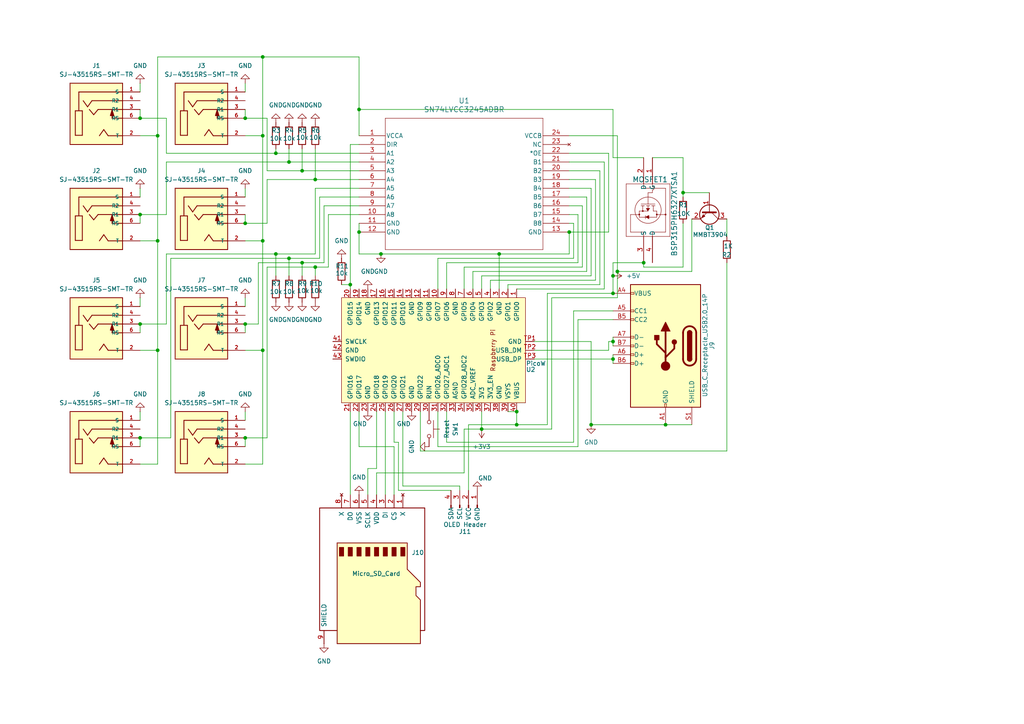
<source format=kicad_sch>
(kicad_sch (version 20231120) (generator "eeschema") (generator_version "8.0")
  (paper "A4")
  (title_block (title "Cosmic Coinincidence Detector Hub") (date "2024-06-29"))
  (lib_symbols
    (symbol "BSP315PH6327XTSA1:BSP315PH6327XTSA1" (pin_names (offset 0.254))
      (property "Reference" "MOSFET" (at 15.24 10.16 0))
      (property "Value" "BSP315PH6327XTSA1" (at 15.24 7.62 0))
      (symbol "BSP315PH6327XTSA1_0_1"
        (polyline (pts (xy 7.62 -7.62) (xy 22.86 -7.62)) (stroke (width 0.127)))
        (polyline (pts (xy 7.62 -2.54) (xy 8.89 -2.54)) (stroke (width 0.127)))
        (polyline (pts (xy 7.62 0) (xy 8.382 0)) (stroke (width 0.127)))
        (polyline (pts (xy 7.62 5.08) (xy 7.62 -7.62)) (stroke (width 0.127)))
        (polyline (pts (xy 8.89 3.81) (xy 8.89 -2.54)) (stroke (width 0.127)))
        (polyline (pts (xy 8.89 3.81) (xy 21.59 3.81)) (stroke (width 0.127)))
        (polyline (pts (xy 9.398 0) (xy 10.16 0)) (stroke (width 0.127)))
        (polyline (pts (xy 10.16 0) (xy 10.16 -1.27)) (stroke (width 0.127)))
        (polyline (pts (xy 13.462 -1.27) (xy 10.16 -1.27)) (stroke (width 0.127)))
        (polyline (pts (xy 13.462 0.762) (xy 13.462 -3.302)) (stroke (width 0.127)))
        (polyline (pts (xy 13.97 -2.794) (xy 15.494 -2.794)) (stroke (width 0.127)))
        (polyline (pts (xy 13.97 -2.286) (xy 13.97 -3.302)) (stroke (width 0.127)))
        (polyline (pts (xy 13.97 -1.27) (xy 14.732 -1.27)) (stroke (width 0.127)))
        (polyline (pts (xy 13.97 -0.762) (xy 13.97 -1.778)) (stroke (width 0.127)))
        (polyline (pts (xy 13.97 0.254) (xy 15.494 0.254)) (stroke (width 0.127)))
        (polyline (pts (xy 13.97 0.762) (xy 13.97 -0.254)) (stroke (width 0.127)))
        (polyline (pts (xy 15.494 -3.81) (xy 17.272 -3.81)) (stroke (width 0.127)))
        (polyline (pts (xy 15.494 -1.27) (xy 15.494 -3.81)) (stroke (width 0.127)))
        (polyline (pts (xy 15.494 1.27) (xy 15.494 0.254)) (stroke (width 0.127)))
        (polyline (pts (xy 15.494 1.27) (xy 17.272 1.27)) (stroke (width 0.127)))
        (polyline (pts (xy 16.51 -3.81) (xy 16.51 -6.35)) (stroke (width 0.127)))
        (polyline (pts (xy 16.51 1.27) (xy 16.51 3.81)) (stroke (width 0.127)))
        (polyline (pts (xy 16.764 -2.032) (xy 17.78 -2.032)) (stroke (width 0.127)))
        (polyline (pts (xy 17.272 -3.81) (xy 17.272 -2.032)) (stroke (width 0.127)))
        (polyline (pts (xy 17.272 1.27) (xy 17.272 -1.016)) (stroke (width 0.127)))
        (polyline (pts (xy 21.59 -6.35) (xy 16.51 -6.35)) (stroke (width 0.127)))
        (polyline (pts (xy 21.59 -6.35) (xy 21.59 -2.54)) (stroke (width 0.127)))
        (polyline (pts (xy 21.59 0) (xy 22.86 0)) (stroke (width 0.127)))
        (polyline (pts (xy 21.59 3.81) (xy 21.59 0)) (stroke (width 0.127)))
        (polyline (pts (xy 22.86 -7.62) (xy 22.86 5.08)) (stroke (width 0.127)))
        (polyline (pts (xy 22.86 -2.54) (xy 21.59 -2.54)) (stroke (width 0.127)))
        (polyline (pts (xy 22.86 5.08) (xy 7.62 5.08)) (stroke (width 0.127)))
        (polyline (pts (xy 15.494 -1.27) (xy 14.732 -1.778) (xy 14.732 -0.762)) (fill (type outline)))
        (polyline (pts (xy 17.272 -2.032) (xy 16.764 -1.016) (xy 17.78 -1.016)) (fill (type outline)))
        (arc (start 9.398 0) (mid 8.89 0.5058) (end 8.382 0) (stroke (width 0.127)))
        (circle (center 15.24 -1.27) (radius 3.81) (stroke (width 0.127)))
        (circle (center 15.494 -2.794) (radius 0.127) (stroke (width 0.254)))
        (circle (center 16.51 -3.81) (radius 0.127) (stroke (width 0.254)))
        (circle (center 16.51 1.27) (radius 0.127) (stroke (width 0.254)))
        (circle (center 16.51 3.81) (radius 0.127) (stroke (width 0.254)))
        (pin unspecified line (at 0 0 0) (length 7.62) (name "G") (number "1"))
        (pin unspecified line (at 0 -2.54 0) (length 7.62) (name "D") (number "2"))
        (pin unspecified line (at 30.48 -2.54 180) (length 7.62) (name "S") (number "3"))
        (pin unspecified line (at 30.48 0 180) (length 7.62) (name "D") (number "4"))
      )
    )
    (symbol "Connector:Conn_01x04_Pin" (pin_names (offset 1.016))
      (property "Reference" "J11" (at -2.54 -1.27 90))
      (property "Value" "OLED Header" (at -5.08 -1.27 90))
      (symbol "Conn_01x04_Pin_1_1"
        (polyline (pts (xy 1.27 -5.08) (xy 0.8636 -5.08)) (stroke (width 0.1524)))
        (polyline (pts (xy 1.27 -2.54) (xy 0.8636 -2.54)) (stroke (width 0.1524)))
        (polyline (pts (xy 1.27 0) (xy 0.8636 0)) (stroke (width 0.1524)))
        (polyline (pts (xy 1.27 2.54) (xy 0.8636 2.54)) (stroke (width 0.1524)))
        (rectangle (start 0.8636 -4.953) (end 0 -5.207) (stroke (width 0.1524)) (fill (type outline)))
        (rectangle (start 0.8636 -2.413) (end 0 -2.667) (stroke (width 0.1524)) (fill (type outline)))
        (rectangle (start 0.8636 0.127) (end 0 -0.127) (stroke (width 0.1524)) (fill (type outline)))
        (rectangle (start 0.8636 2.667) (end 0 2.413) (stroke (width 0.1524)) (fill (type outline)))
        (pin passive line (at 5.08 2.54 180) (length 3.81) (name "GND") (number "1"))
        (pin passive line (at 5.08 0 180) (length 3.81) (name "VCC") (number "2"))
        (pin passive line (at 5.08 -2.54 180) (length 3.81) (name "SCL") (number "3"))
        (pin passive line (at 5.08 -5.08 180) (length 3.81) (name "SDA") (number "4"))
      )
    )
    (symbol "Connector:Micro_SD_Card" (pin_names (offset 1.016))
      (property "Reference" "J10" (at -6.096 10.16 90))
      (property "Value" "Micro_SD_Card" (at 0 -7.112 90))
      (symbol "Micro_SD_Card_0_1"
        (rectangle (start -7.62 -9.525) (end -5.08 -10.795) (fill (type outline)))
        (rectangle (start -7.62 -6.985) (end -5.08 -8.255) (fill (type outline)))
        (rectangle (start -7.62 -4.445) (end -5.08 -5.715) (fill (type outline)))
        (rectangle (start -7.62 -1.905) (end -5.08 -3.175) (fill (type outline)))
        (rectangle (start -7.62 0.635) (end -5.08 -0.635) (fill (type outline)))
        (rectangle (start -7.62 3.175) (end -5.08 1.905) (fill (type outline)))
        (rectangle (start -7.62 5.715) (end -5.08 4.445) (fill (type outline)))
        (rectangle (start -7.62 8.255) (end -5.08 6.985) (fill (type outline)))
        (polyline (pts (xy 16.51 12.7) (xy 16.51 13.97) (xy -19.05 13.97) (xy -19.05 -16.51) (xy 16.51 -16.51) (xy 16.51 -11.43)) (stroke (width 0.254)))
        (polyline (pts (xy -8.89 -11.43) (xy -8.89 8.89) (xy -1.27 8.89) (xy 2.54 12.7) (xy 3.81 12.7) (xy 3.81 11.43) (xy 6.35 11.43) (xy 7.62 12.7) (xy 20.32 12.7) (xy 20.32 -11.43) (xy -8.89 -11.43)) (stroke (width 0.254)) (fill (type background)))
      )
      (symbol "Micro_SD_Card_1_1"
        (pin no_connect line (at -22.86 7.62 0) (length 3.81) (name "X") (number "1"))
        (pin bidirectional line (at -22.86 5.08 0) (length 3.81) (name "CS") (number "2"))
        (pin input line (at -22.86 2.54 0) (length 3.81) (name "DI") (number "3"))
        (pin power_in line (at -22.86 0 0) (length 3.81) (name "VDD") (number "4"))
        (pin input line (at -22.86 -2.54 0) (length 3.81) (name "SCLK") (number "5"))
        (pin power_in line (at -22.86 -5.08 0) (length 3.81) (name "VSS") (number "6"))
        (pin bidirectional line (at -22.86 -7.62 0) (length 3.81) (name "DO") (number "7"))
        (pin no_connect line (at -22.86 -10.16 0) (length 3.81) (name "X") (number "8"))
        (pin passive line (at 20.32 -15.24 180) (length 3.81) (name "SHIELD") (number "9"))
      )
    )
    (symbol "Connector:USB_C_Receptacle_USB2.0_14P" (pin_names (offset 1.016))
      (property "Reference" "J" (at 0 22.225 0))
      (property "Value" "USB_C_Receptacle_USB2.0_14P" (at 0 19.685 0))
      (symbol "USB_C_Receptacle_USB2.0_14P_0_0"
        (rectangle (start -0.254 -17.78) (end 0.254 -16.764))
        (rectangle (start 10.16 -4.826) (end 9.144 -5.334))
        (rectangle (start 10.16 -2.286) (end 9.144 -2.794))
        (rectangle (start 10.16 0.254) (end 9.144 -0.254))
        (rectangle (start 10.16 2.794) (end 9.144 2.286))
        (rectangle (start 10.16 7.874) (end 9.144 7.366))
        (rectangle (start 10.16 10.414) (end 9.144 9.906))
        (rectangle (start 10.16 15.494) (end 9.144 14.986))
      )
      (symbol "USB_C_Receptacle_USB2.0_14P_0_1"
        (rectangle (start -10.16 17.78) (end 10.16 -17.78) (stroke (width 0.254)) (fill (type background)))
        (arc (start -8.89 -3.81) (mid -6.985 -5.7067) (end -5.08 -3.81) (stroke (width 0.508)))
        (arc (start -7.62 -3.81) (mid -6.985 -4.4423) (end -6.35 -3.81) (stroke (width 0.254)))
        (arc (start -7.62 -3.81) (mid -6.985 -4.4423) (end -6.35 -3.81) (stroke (width 0.254)) (fill (type outline)))
        (rectangle (start -7.62 -3.81) (end -6.35 3.81) (stroke (width 0.254)) (fill (type outline)))
        (arc (start -6.35 3.81) (mid -6.985 4.4423) (end -7.62 3.81) (stroke (width 0.254)))
        (arc (start -6.35 3.81) (mid -6.985 4.4423) (end -7.62 3.81) (stroke (width 0.254)) (fill (type outline)))
        (arc (start -5.08 3.81) (mid -6.985 5.7067) (end -8.89 3.81) (stroke (width 0.508)))
        (circle (center -2.54 1.143) (radius 0.635) (stroke (width 0.254)) (fill (type outline)))
        (circle (center 0 -5.842) (radius 1.27) (fill (type outline)))
        (polyline (pts (xy -8.89 -3.81) (xy -8.89 3.81)) (stroke (width 0.508)))
        (polyline (pts (xy -5.08 3.81) (xy -5.08 -3.81)) (stroke (width 0.508)))
        (polyline (pts (xy 0 -5.842) (xy 0 4.318)) (stroke (width 0.508)))
        (polyline (pts (xy 0 -3.302) (xy -2.54 -0.762) (xy -2.54 0.508)) (stroke (width 0.508)))
        (polyline (pts (xy 0 -2.032) (xy 2.54 0.508) (xy 2.54 1.778)) (stroke (width 0.508)))
        (polyline (pts (xy -1.27 4.318) (xy 0 6.858) (xy 1.27 4.318) (xy -1.27 4.318)) (stroke (width 0.254)) (fill (type outline)))
        (rectangle (start 1.905 1.778) (end 3.175 3.048) (stroke (width 0.254)) (fill (type outline)))
      )
      (symbol "USB_C_Receptacle_USB2.0_14P_1_1"
        (pin passive line (at 0 -22.86 90) (length 5.08) (name "GND") (number "A1"))
        (pin passive line (at 0 -22.86 90) (length 5.08) hide (name "GND") (number "A12"))
        (pin passive line (at 15.24 15.24 180) (length 5.08) (name "VBUS") (number "A4"))
        (pin bidirectional line (at 15.24 10.16 180) (length 5.08) (name "CC1") (number "A5"))
        (pin bidirectional line (at 15.24 -2.54 180) (length 5.08) (name "D+") (number "A6"))
        (pin bidirectional line (at 15.24 2.54 180) (length 5.08) (name "D-") (number "A7"))
        (pin passive line (at 15.24 15.24 180) (length 5.08) hide (name "VBUS") (number "A9"))
        (pin passive line (at 0 -22.86 90) (length 5.08) hide (name "GND") (number "B1"))
        (pin passive line (at 0 -22.86 90) (length 5.08) hide (name "GND") (number "B12"))
        (pin passive line (at 15.24 15.24 180) (length 5.08) hide (name "VBUS") (number "B4"))
        (pin bidirectional line (at 15.24 7.62 180) (length 5.08) (name "CC2") (number "B5"))
        (pin bidirectional line (at 15.24 -5.08 180) (length 5.08) (name "D+") (number "B6"))
        (pin bidirectional line (at 15.24 0 180) (length 5.08) (name "D-") (number "B7"))
        (pin passive line (at 15.24 15.24 180) (length 5.08) hide (name "VBUS") (number "B9"))
        (pin passive line (at -7.62 -22.86 90) (length 5.08) (name "SHIELD") (number "S1"))
      )
    )
    (symbol "Device:R" (pin_numbers hide) (pin_names (offset 0))
      (property "Reference" "R" (at 2.032 0 90))
      (property "Value" "R" (at 0 0 90))
      (symbol "R_0_1"
        (rectangle (start -1.016 -2.54) (end 1.016 2.54) (stroke (width 0.254)))
      )
      (symbol "R_1_1"
        (pin passive line (at 0 3.81 270) (length 1.27) (name "~") (number "1"))
        (pin passive line (at 0 -3.81 90) (length 1.27) (name "~") (number "2"))
      )
    )
    (symbol "RPi_Pico:PicoW" (pin_names (offset 1.016))
      (property "Reference" "U2" (at 5.588 28.194 90))
      (property "Value" "PicoW" (at 3.81 29.718 90))
      (symbol "PicoW_0_0"
        (text "Raspberry Pi" (at 0 17.272 0) (effects (font (size 1.27 1.27))))
      )
      (symbol "PicoW_0_1"
        (rectangle (start -15.24 26.67) (end 15.24 -26.67) (fill (type background)))
      )
      (symbol "PicoW_1_1"
        (pin bidirectional line (at -17.78 24.13 0) (length 2.54) (name "GPIO0") (number "1"))
        (pin bidirectional line (at -17.78 1.27 0) (length 2.54) (name "GPIO7") (number "10"))
        (pin bidirectional line (at -17.78 -1.27 0) (length 2.54) (name "GPIO8") (number "11"))
        (pin bidirectional line (at -17.78 -3.81 0) (length 2.54) (name "GPIO9") (number "12"))
        (pin power_in line (at -17.78 -6.35 0) (length 2.54) (name "GND") (number "13"))
        (pin bidirectional line (at -17.78 -8.89 0) (length 2.54) (name "GPIO10") (number "14"))
        (pin bidirectional line (at -17.78 -11.43 0) (length 2.54) (name "GPIO11") (number "15"))
        (pin bidirectional line (at -17.78 -13.97 0) (length 2.54) (name "GPIO12") (number "16"))
        (pin bidirectional line (at -17.78 -16.51 0) (length 2.54) (name "GPIO13") (number "17"))
        (pin power_in line (at -17.78 -19.05 0) (length 2.54) (name "GND") (number "18"))
        (pin bidirectional line (at -17.78 -21.59 0) (length 2.54) (name "GPIO14") (number "19"))
        (pin bidirectional line (at -17.78 21.59 0) (length 2.54) (name "GPIO1") (number "2"))
        (pin bidirectional line (at -17.78 -24.13 0) (length 2.54) (name "GPIO15") (number "20"))
        (pin bidirectional line (at 17.78 -24.13 180) (length 2.54) (name "GPIO16") (number "21"))
        (pin bidirectional line (at 17.78 -21.59 180) (length 2.54) (name "GPIO17") (number "22"))
        (pin power_in line (at 17.78 -19.05 180) (length 2.54) (name "GND") (number "23"))
        (pin bidirectional line (at 17.78 -16.51 180) (length 2.54) (name "GPIO18") (number "24"))
        (pin bidirectional line (at 17.78 -13.97 180) (length 2.54) (name "GPIO19") (number "25"))
        (pin bidirectional line (at 17.78 -11.43 180) (length 2.54) (name "GPIO20") (number "26"))
        (pin bidirectional line (at 17.78 -8.89 180) (length 2.54) (name "GPIO21") (number "27"))
        (pin power_in line (at 17.78 -6.35 180) (length 2.54) (name "GND") (number "28"))
        (pin bidirectional line (at 17.78 -3.81 180) (length 2.54) (name "GPIO22") (number "29"))
        (pin power_in line (at -17.78 19.05 0) (length 2.54) (name "GND") (number "3"))
        (pin input line (at 17.78 -1.27 180) (length 2.54) (name "RUN") (number "30"))
        (pin bidirectional line (at 17.78 1.27 180) (length 2.54) (name "GPIO26_ADC0") (number "31"))
        (pin bidirectional line (at 17.78 3.81 180) (length 2.54) (name "GPIO27_ADC1") (number "32"))
        (pin power_in line (at 17.78 6.35 180) (length 2.54) (name "AGND") (number "33"))
        (pin bidirectional line (at 17.78 8.89 180) (length 2.54) (name "GPIO28_ADC2") (number "34"))
        (pin unspecified line (at 17.78 11.43 180) (length 2.54) (name "ADC_VREF") (number "35"))
        (pin power_out line (at 17.78 13.97 180) (length 2.54) (name "3V3") (number "36"))
        (pin input line (at 17.78 16.51 180) (length 2.54) (name "3V3_EN") (number "37"))
        (pin bidirectional line (at 17.78 19.05 180) (length 2.54) (name "GND") (number "38"))
        (pin unspecified line (at 17.78 21.59 180) (length 2.54) (name "VSYS") (number "39"))
        (pin bidirectional line (at -17.78 16.51 0) (length 2.54) (name "GPIO2") (number "4"))
        (pin unspecified line (at 17.78 24.13 180) (length 2.54) (name "VBUS") (number "40"))
        (pin input line (at -2.54 -29.21 90) (length 2.54) (name "SWCLK") (number "41"))
        (pin power_in line (at 0 -29.21 90) (length 2.54) (name "GND") (number "42"))
        (pin bidirectional line (at 2.54 -29.21 90) (length 2.54) (name "SWDIO") (number "43"))
        (pin bidirectional line (at -17.78 13.97 0) (length 2.54) (name "GPIO3") (number "5"))
        (pin bidirectional line (at -17.78 11.43 0) (length 2.54) (name "GPIO4") (number "6"))
        (pin bidirectional line (at -17.78 8.89 0) (length 2.54) (name "GPIO5") (number "7"))
        (pin power_in line (at -17.78 6.35 0) (length 2.54) (name "GND") (number "8"))
        (pin bidirectional line (at -17.78 3.81 0) (length 2.54) (name "GPIO6") (number "9"))
        (pin power_in line (at -2.54 29.21 270) (length 2.54) (name "GND") (number "TP1"))
        (pin bidirectional line (at 0 29.21 270) (length 2.54) (name "USB_DM") (number "TP2"))
        (pin bidirectional line (at 2.54 29.21 270) (length 2.54) (name "USB_DP") (number "TP3"))
      )
    )
    (symbol "SJ-43515RS-SMT-TR:SJ-43515RS-SMT-TR" (pin_names (offset 1.016))
      (property "Reference" "J" (at -7.6206 8.3829 0))
      (property "Value" "SJ-43515RS-SMT-TR" (at -7.6269 -12.7092 0))
      (symbol "SJ-43515RS-SMT-TR_0_0"
        (rectangle (start -7.62 7.62) (end 7.62 -10.16) (stroke (width 0.254)) (fill (type background)))
        (polyline (pts (xy -6.096 -7.493) (xy -4.064 -7.493)) (stroke (width 0.254)))
        (polyline (pts (xy -6.096 -0.381) (xy -6.096 -7.493)) (stroke (width 0.254)))
        (polyline (pts (xy -5.08 5.08) (xy -5.08 -0.254)) (stroke (width 0.254)))
        (polyline (pts (xy -5.08 5.08) (xy 7.62 5.08)) (stroke (width 0.254)))
        (polyline (pts (xy -4.064 -7.493) (xy -4.064 -0.381)) (stroke (width 0.254)))
        (polyline (pts (xy -4.064 -0.381) (xy -6.096 -0.381)) (stroke (width 0.254)))
        (polyline (pts (xy -3.81 2.54) (xy -2.54 0.762)) (stroke (width 0.254)))
        (polyline (pts (xy -2.54 0.762) (xy -1.27 2.54)) (stroke (width 0.254)))
        (polyline (pts (xy -2.032 0) (xy -0.762 -1.524)) (stroke (width 0.254)))
        (polyline (pts (xy -1.27 2.54) (xy 7.62 2.54)) (stroke (width 0.254)))
        (polyline (pts (xy -0.762 -1.524) (xy 0.508 0)) (stroke (width 0.254)))
        (polyline (pts (xy 0.508 0) (xy 7.62 0)) (stroke (width 0.254)))
        (polyline (pts (xy 0.889 -7.62) (xy 2.159 -5.842)) (stroke (width 0.254)))
        (polyline (pts (xy 2.159 -5.842) (xy 3.429 -7.62)) (stroke (width 0.254)))
        (polyline (pts (xy 3.429 -7.62) (xy 7.62 -7.62)) (stroke (width 0.254)))
        (polyline (pts (xy 4.572 -2.54) (xy 4.572 -1.778)) (stroke (width 0.254)))
        (polyline (pts (xy 4.572 -2.54) (xy 7.62 -2.54)) (stroke (width 0.254)))
        (polyline (pts (xy 5.08 -1.778) (xy 4.064 -1.778) (xy 4.572 -0.127) (xy 5.08 -1.778)) (stroke (width 0.254)) (fill (type outline)))
        (pin passive line (at 12.7 5.08 180) (length 5.08) (name "S") (number "1"))
        (pin passive line (at 12.7 -7.62 180) (length 5.08) (name "T") (number "2"))
        (pin passive line (at 12.7 0 180) (length 5.08) (name "R1") (number "3"))
        (pin passive line (at 12.7 2.54 180) (length 5.08) (name "R2") (number "4"))
        (pin passive line (at 12.7 -2.54 180) (length 5.08) (name "RS") (number "6"))
      )
    )
    (symbol "SN74LVCC3245ADBR:SN74LVCC3245ADBR" (pin_names (offset 0.254))
      (property "Reference" "U1" (at 30.48 10.16 0))
      (property "Value" "SN74LVCC3245ADBR" (at 30.48 7.62 0))
      (symbol "SN74LVCC3245ADBR_0_1"
        (polyline (pts (xy 7.62 -33.02) (xy 53.34 -33.02)) (stroke (width 0.127)))
        (polyline (pts (xy 7.62 5.08) (xy 7.62 -33.02)) (stroke (width 0.127)))
        (polyline (pts (xy 53.34 -33.02) (xy 53.34 5.08)) (stroke (width 0.127)))
        (polyline (pts (xy 53.34 5.08) (xy 7.62 5.08)) (stroke (width 0.127)))
        (pin power_in line (at 0 0 0) (length 7.62) (name "VCCA") (number "1"))
        (pin bidirectional line (at 0 -22.86 0) (length 7.62) (name "A8") (number "10"))
        (pin power_in line (at 0 -25.4 0) (length 7.62) (name "GND") (number "11"))
        (pin power_in line (at 0 -27.94 0) (length 7.62) (name "GND") (number "12"))
        (pin power_in line (at 60.96 -27.94 180) (length 7.62) (name "GND") (number "13"))
        (pin bidirectional line (at 60.96 -25.4 180) (length 7.62) (name "B8") (number "14"))
        (pin bidirectional line (at 60.96 -22.86 180) (length 7.62) (name "B7") (number "15"))
        (pin bidirectional line (at 60.96 -20.32 180) (length 7.62) (name "B6") (number "16"))
        (pin bidirectional line (at 60.96 -17.78 180) (length 7.62) (name "B5") (number "17"))
        (pin bidirectional line (at 60.96 -15.24 180) (length 7.62) (name "B4") (number "18"))
        (pin bidirectional line (at 60.96 -12.7 180) (length 7.62) (name "B3") (number "19"))
        (pin input line (at 0 -2.54 0) (length 7.62) (name "DIR") (number "2"))
        (pin bidirectional line (at 60.96 -10.16 180) (length 7.62) (name "B2") (number "20"))
        (pin bidirectional line (at 60.96 -7.62 180) (length 7.62) (name "B1") (number "21"))
        (pin input line (at 60.96 -5.08 180) (length 7.62) (name "*OE") (number "22"))
        (pin no_connect line (at 60.96 -2.54 180) (length 7.62) (name "NC") (number "23"))
        (pin power_in line (at 60.96 0 180) (length 7.62) (name "VCCB") (number "24"))
        (pin bidirectional line (at 0 -5.08 0) (length 7.62) (name "A1") (number "3"))
        (pin bidirectional line (at 0 -7.62 0) (length 7.62) (name "A2") (number "4"))
        (pin bidirectional line (at 0 -10.16 0) (length 7.62) (name "A3") (number "5"))
        (pin bidirectional line (at 0 -12.7 0) (length 7.62) (name "A4") (number "6"))
        (pin bidirectional line (at 0 -15.24 0) (length 7.62) (name "A5") (number "7"))
        (pin bidirectional line (at 0 -17.78 0) (length 7.62) (name "A6") (number "8"))
        (pin bidirectional line (at 0 -20.32 0) (length 7.62) (name "A7") (number "9"))
      )
    )
    (symbol "Switch:SW_Push" (pin_numbers hide) (pin_names (offset 1.016) hide)
      (property "Reference" "SW" (at 1.27 2.54 0))
      (property "Value" "SW_Push" (at 0 -1.524 0))
      (symbol "SW_Push_0_1"
        (circle (center -2.032 0) (radius 0.508))
        (polyline (pts (xy 0 1.27) (xy 0 3.048)))
        (polyline (pts (xy 2.54 1.27) (xy -2.54 1.27)))
        (circle (center 2.032 0) (radius 0.508))
        (pin passive line (at -5.08 0 0) (length 2.54) (name "1") (number "1"))
        (pin passive line (at 5.08 0 180) (length 2.54) (name "2") (number "2"))
      )
    )
    (symbol "Transistor_BJT:MMBT3904" (pin_names (offset 0) hide)
      (property "Reference" "Q" (at 5.08 1.905 0))
      (property "Value" "MMBT3904" (at 5.08 0 0))
      (symbol "MMBT3904_0_1"
        (polyline (pts (xy 0.635 0.635) (xy 2.54 2.54)))
        (polyline (pts (xy 0.635 -0.635) (xy 2.54 -2.54) (xy 2.54 -2.54)))
        (polyline (pts (xy 0.635 1.905) (xy 0.635 -1.905) (xy 0.635 -1.905)) (stroke (width 0.508)))
        (polyline (pts (xy 1.27 -1.778) (xy 1.778 -1.27) (xy 2.286 -2.286) (xy 1.27 -1.778) (xy 1.27 -1.778)) (fill (type outline)))
        (circle (center 1.27 0) (radius 2.8194) (stroke (width 0.254)))
      )
      (symbol "MMBT3904_1_1"
        (pin input line (at -5.08 0 0) (length 5.715) (name "B") (number "1"))
        (pin passive line (at 2.54 -5.08 90) (length 2.54) (name "E") (number "2"))
        (pin passive line (at 2.54 5.08 270) (length 2.54) (name "C") (number "3"))
      )
    )
    (symbol "power:+3V3" (power) (pin_numbers hide) (pin_names (offset 0) hide)
      (property "Value" "+3V3" (at 0 3.556 0))
      (symbol "+3V3_0_1"
        (polyline (pts (xy -0.762 1.27) (xy 0 2.54)))
        (polyline (pts (xy 0 0) (xy 0 2.54)))
        (polyline (pts (xy 0 2.54) (xy 0.762 1.27)))
      )
      (symbol "+3V3_1_1"
        (pin power_in line (at 0 0 90) (length 0) (name "~") (number "1"))
      )
    )
    (symbol "power:+5V" (power) (pin_numbers hide) (pin_names (offset 0) hide)
      (property "Value" "+5V" (at 0 3.556 0))
      (symbol "+5V_0_1"
        (polyline (pts (xy -0.762 1.27) (xy 0 2.54)))
        (polyline (pts (xy 0 0) (xy 0 2.54)))
        (polyline (pts (xy 0 2.54) (xy 0.762 1.27)))
      )
      (symbol "+5V_1_1"
        (pin power_in line (at 0 0 90) (length 0) (name "~") (number "1"))
      )
    )
    (symbol "power:GND" (power) (pin_numbers hide) (pin_names (offset 0) hide)
      (property "Value" "GND" (at 0 -3.81 0))
      (symbol "GND_0_1"
        (polyline (pts (xy 0 0) (xy 0 -1.27) (xy 1.27 -1.27) (xy 0 -2.54) (xy -1.27 -1.27) (xy 0 -1.27)))
      )
      (symbol "GND_1_1"
        (pin power_in line (at 0 0 270) (length 0) (name "~") (number "1"))
      )
    )
  )
  (junction (at 76.2 39.37))
  (junction (at 83.82 74.93))
  (junction (at 104.14 67.31))
  (junction (at 144.78 73.66))
  (junction (at 110.49 73.66))
  (junction (at 71.12 34.29))
  (junction (at 45.72 101.6))
  (junction (at 40.64 62.23))
  (junction (at 45.72 69.85))
  (junction (at 40.64 93.98))
  (junction (at 45.72 39.37))
  (junction (at 40.64 34.29))
  (junction (at 139.7 124.46))
  (junction (at 165.1 67.31))
  (junction (at 104.14 31.75))
  (junction (at 177.8 104.14))
  (junction (at 149.86 123.19))
  (junction (at 177.8 85.09))
  (junction (at 40.64 127))
  (junction (at 91.44 77.47))
  (junction (at 179.07 78.74))
  (junction (at 71.12 127))
  (junction (at 171.45 123.19))
  (junction (at 76.2 69.85))
  (junction (at 83.82 46.99))
  (junction (at 76.2 16.51))
  (junction (at 198.12 55.88))
  (junction (at 76.2 101.6))
  (junction (at 87.63 49.53))
  (junction (at 80.01 73.66))
  (junction (at 177.8 80.01))
  (junction (at 149.86 119.38))
  (junction (at 87.63 76.2))
  (junction (at 71.12 64.77))
  (junction (at 91.44 52.07))
  (junction (at 71.12 93.98))
  (junction (at 193.04 123.19))
  (junction (at 80.01 44.45))
  (junction (at 101.6 82.55))
  (junction (at 177.8 99.06))
  (junction (at 186.69 76.2))
  (wire (pts (xy 111.76 119.38) (xy 111.76 143.51)))
  (wire (pts (xy 71.12 93.98) (xy 74.93 93.98)))
  (wire (pts (xy 49.53 127) (xy 49.53 74.93)))
  (wire (pts (xy 77.47 52.07) (xy 91.44 52.07)))
  (wire (pts (xy 198.12 55.88) (xy 198.12 57.15)))
  (wire (pts (xy 40.64 134.62) (xy 45.72 134.62)))
  (wire (pts (xy 40.64 119.38) (xy 40.64 121.92)))
  (wire (pts (xy 77.47 64.77) (xy 77.47 52.07)))
  (wire (pts (xy 40.64 24.13) (xy 40.64 26.67)))
  (wire (pts (xy 149.86 119.38) (xy 149.86 123.19)))
  (wire (pts (xy 40.64 101.6) (xy 45.72 101.6)))
  (wire (pts (xy 101.6 41.91) (xy 104.14 41.91)))
  (wire (pts (xy 116.84 119.38) (xy 116.84 140.97)))
  (wire (pts (xy 176.53 67.31) (xy 165.1 67.31)))
  (wire (pts (xy 166.37 128.27) (xy 129.54 128.27)))
  (wire (pts (xy 45.72 39.37) (xy 45.72 16.51)))
  (wire (pts (xy 121.92 130.81) (xy 210.82 130.81)))
  (wire (pts (xy 147.32 82.55) (xy 147.32 83.82)))
  (wire (pts (xy 154.94 101.6) (xy 176.53 101.6)))
  (wire (pts (xy 45.72 39.37) (xy 45.72 69.85)))
  (wire (pts (xy 101.6 82.55) (xy 101.6 83.82)))
  (wire (pts (xy 198.12 77.47) (xy 186.69 77.47)))
  (wire (pts (xy 104.14 129.54) (xy 114.3 129.54)))
  (wire (pts (xy 170.18 57.15) (xy 170.18 78.74)))
  (wire (pts (xy 104.14 67.31) (xy 104.14 64.77)))
  (wire (pts (xy 40.64 86.36) (xy 40.64 88.9)))
  (wire (pts (xy 101.6 119.38) (xy 101.6 143.51)))
  (wire (pts (xy 104.14 129.54) (xy 104.14 119.38)))
  (wire (pts (xy 45.72 101.6) (xy 45.72 134.62)))
  (wire (pts (xy 91.44 77.47) (xy 91.44 80.01)))
  (wire (pts (xy 189.23 45.72) (xy 198.12 45.72)))
  (wire (pts (xy 210.82 130.81) (xy 210.82 76.2)))
  (wire (pts (xy 76.2 39.37) (xy 71.12 39.37)))
  (wire (pts (xy 177.8 90.17) (xy 166.37 90.17)))
  (wire (pts (xy 133.35 140.97) (xy 133.35 142.24)))
  (wire (pts (xy 177.8 80.01) (xy 177.8 76.2)))
  (wire (pts (xy 144.78 73.66) (xy 165.1 73.66)))
  (wire (pts (xy 177.8 45.72) (xy 186.69 45.72)))
  (wire (pts (xy 173.99 49.53) (xy 173.99 82.55)))
  (wire (pts (xy 121.92 119.38) (xy 121.92 130.81)))
  (wire (pts (xy 160.02 86.36) (xy 160.02 124.46)))
  (wire (pts (xy 101.6 41.91) (xy 101.6 82.55)))
  (wire (pts (xy 71.12 64.77) (xy 77.47 64.77)))
  (wire (pts (xy 177.8 97.79) (xy 177.8 99.06)))
  (wire (pts (xy 154.94 104.14) (xy 177.8 104.14)))
  (wire (pts (xy 144.78 83.82) (xy 144.78 73.66)))
  (wire (pts (xy 48.26 62.23) (xy 48.26 46.99)))
  (wire (pts (xy 83.82 46.99) (xy 104.14 46.99)))
  (wire (pts (xy 71.12 127) (xy 71.12 129.54)))
  (wire (pts (xy 177.8 45.72) (xy 177.8 31.75)))
  (wire (pts (xy 45.72 16.51) (xy 76.2 16.51)))
  (wire (pts (xy 165.1 64.77) (xy 166.37 64.77)))
  (wire (pts (xy 165.1 59.69) (xy 168.91 59.69)))
  (wire (pts (xy 87.63 49.53) (xy 104.14 49.53)))
  (wire (pts (xy 166.37 74.93) (xy 127 74.93)))
  (wire (pts (xy 177.8 99.06) (xy 177.8 100.33)))
  (wire (pts (xy 193.04 123.19) (xy 200.66 123.19)))
  (wire (pts (xy 91.44 43.18) (xy 91.44 52.07)))
  (wire (pts (xy 80.01 43.18) (xy 80.01 44.45)))
  (wire (pts (xy 165.1 54.61) (xy 171.45 54.61)))
  (wire (pts (xy 48.26 93.98) (xy 48.26 73.66)))
  (wire (pts (xy 110.49 73.66) (xy 144.78 73.66)))
  (wire (pts (xy 168.91 59.69) (xy 168.91 77.47)))
  (wire (pts (xy 77.47 77.47) (xy 91.44 77.47)))
  (wire (pts (xy 83.82 74.93) (xy 83.82 80.01)))
  (wire (pts (xy 91.44 52.07) (xy 104.14 52.07)))
  (wire (pts (xy 80.01 73.66) (xy 91.44 73.66)))
  (wire (pts (xy 91.44 54.61) (xy 104.14 54.61)))
  (wire (pts (xy 40.64 93.98) (xy 40.64 96.52)))
  (wire (pts (xy 104.14 67.31) (xy 104.14 73.66)))
  (wire (pts (xy 198.12 64.77) (xy 198.12 77.47)))
  (wire (pts (xy 114.3 128.27) (xy 115.57 128.27)))
  (wire (pts (xy 179.07 78.74) (xy 179.07 86.36)))
  (wire (pts (xy 87.63 43.18) (xy 87.63 49.53)))
  (wire (pts (xy 176.53 99.06) (xy 176.53 101.6)))
  (wire (pts (xy 198.12 55.88) (xy 205.74 55.88)))
  (wire (pts (xy 198.12 45.72) (xy 198.12 55.88)))
  (wire (pts (xy 48.26 34.29) (xy 48.26 44.45)))
  (wire (pts (xy 106.68 135.89) (xy 109.22 135.89)))
  (wire (pts (xy 139.7 124.46) (xy 139.7 119.38)))
  (wire (pts (xy 40.64 69.85) (xy 45.72 69.85)))
  (wire (pts (xy 76.2 69.85) (xy 76.2 101.6)))
  (wire (pts (xy 175.26 83.82) (xy 149.86 83.82)))
  (wire (pts (xy 71.12 93.98) (xy 71.12 96.52)))
  (wire (pts (xy 165.1 46.99) (xy 175.26 46.99)))
  (wire (pts (xy 165.1 39.37) (xy 179.07 39.37)))
  (wire (pts (xy 172.72 81.28) (xy 142.24 81.28)))
  (wire (pts (xy 177.8 102.87) (xy 177.8 104.14)))
  (wire (pts (xy 167.64 129.54) (xy 127 129.54)))
  (wire (pts (xy 76.2 16.51) (xy 104.14 16.51)))
  (wire (pts (xy 134.62 124.46) (xy 139.7 124.46)))
  (wire (pts (xy 76.2 101.6) (xy 71.12 101.6)))
  (wire (pts (xy 40.64 127) (xy 49.53 127)))
  (wire (pts (xy 179.07 39.37) (xy 179.07 78.74)))
  (wire (pts (xy 95.25 62.23) (xy 104.14 62.23)))
  (wire (pts (xy 77.47 127) (xy 77.47 77.47)))
  (wire (pts (xy 87.63 76.2) (xy 93.98 76.2)))
  (wire (pts (xy 166.37 64.77) (xy 166.37 74.93)))
  (wire (pts (xy 40.64 34.29) (xy 48.26 34.29)))
  (wire (pts (xy 165.1 44.45) (xy 176.53 44.45)))
  (wire (pts (xy 149.86 123.19) (xy 158.75 123.19)))
  (wire (pts (xy 40.64 127) (xy 40.64 129.54)))
  (wire (pts (xy 71.12 24.13) (xy 71.12 26.67)))
  (wire (pts (xy 106.68 143.51) (xy 106.68 135.89)))
  (wire (pts (xy 91.44 73.66) (xy 91.44 54.61)))
  (wire (pts (xy 134.62 137.16) (xy 134.62 124.46)))
  (wire (pts (xy 165.1 52.07) (xy 172.72 52.07)))
  (wire (pts (xy 166.37 90.17) (xy 166.37 128.27)))
  (wire (pts (xy 76.2 39.37) (xy 76.2 69.85)))
  (wire (pts (xy 104.14 73.66) (xy 110.49 73.66)))
  (wire (pts (xy 193.04 123.19) (xy 171.45 123.19)))
  (wire (pts (xy 109.22 119.38) (xy 109.22 135.89)))
  (wire (pts (xy 167.64 76.2) (xy 167.64 62.23)))
  (wire (pts (xy 92.71 57.15) (xy 104.14 57.15)))
  (wire (pts (xy 74.93 76.2) (xy 87.63 76.2)))
  (wire (pts (xy 177.8 85.09) (xy 177.8 80.01)))
  (wire (pts (xy 135.89 123.19) (xy 149.86 123.19)))
  (wire (pts (xy 80.01 73.66) (xy 80.01 80.01)))
  (wire (pts (xy 210.82 63.5) (xy 210.82 68.58)))
  (wire (pts (xy 115.57 128.27) (xy 115.57 142.24)))
  (wire (pts (xy 165.1 57.15) (xy 170.18 57.15)))
  (wire (pts (xy 92.71 74.93) (xy 92.71 57.15)))
  (wire (pts (xy 93.98 59.69) (xy 93.98 76.2)))
  (wire (pts (xy 95.25 77.47) (xy 95.25 62.23)))
  (wire (pts (xy 165.1 49.53) (xy 173.99 49.53)))
  (wire (pts (xy 104.14 16.51) (xy 104.14 31.75)))
  (wire (pts (xy 177.8 76.2) (xy 186.69 76.2)))
  (wire (pts (xy 134.62 77.47) (xy 134.62 83.82)))
  (wire (pts (xy 116.84 140.97) (xy 133.35 140.97)))
  (wire (pts (xy 176.53 44.45) (xy 176.53 67.31)))
  (wire (pts (xy 40.64 54.61) (xy 40.64 57.15)))
  (wire (pts (xy 129.54 128.27) (xy 129.54 119.38)))
  (wire (pts (xy 71.12 127) (xy 77.47 127)))
  (wire (pts (xy 142.24 81.28) (xy 142.24 83.82)))
  (wire (pts (xy 71.12 86.36) (xy 71.12 88.9)))
  (wire (pts (xy 49.53 74.93) (xy 83.82 74.93)))
  (wire (pts (xy 165.1 67.31) (xy 165.1 73.66)))
  (wire (pts (xy 158.75 85.09) (xy 177.8 85.09)))
  (wire (pts (xy 127 129.54) (xy 127 119.38)))
  (wire (pts (xy 74.93 93.98) (xy 74.93 76.2)))
  (wire (pts (xy 45.72 69.85) (xy 45.72 101.6)))
  (wire (pts (xy 104.14 31.75) (xy 104.14 39.37)))
  (wire (pts (xy 114.3 119.38) (xy 114.3 128.27)))
  (wire (pts (xy 147.32 119.38) (xy 149.86 119.38)))
  (wire (pts (xy 168.91 77.47) (xy 134.62 77.47)))
  (wire (pts (xy 91.44 77.47) (xy 95.25 77.47)))
  (wire (pts (xy 48.26 44.45) (xy 80.01 44.45)))
  (wire (pts (xy 71.12 31.75) (xy 71.12 34.29)))
  (wire (pts (xy 87.63 76.2) (xy 87.63 80.01)))
  (wire (pts (xy 171.45 54.61) (xy 171.45 80.01)))
  (wire (pts (xy 71.12 119.38) (xy 71.12 121.92)))
  (wire (pts (xy 177.8 92.71) (xy 167.64 92.71)))
  (wire (pts (xy 76.2 16.51) (xy 76.2 39.37)))
  (wire (pts (xy 171.45 99.06) (xy 171.45 123.19)))
  (wire (pts (xy 158.75 123.19) (xy 158.75 85.09)))
  (wire (pts (xy 71.12 34.29) (xy 77.47 34.29)))
  (wire (pts (xy 200.66 63.5) (xy 200.66 78.74)))
  (wire (pts (xy 127 74.93) (xy 127 83.82)))
  (wire (pts (xy 175.26 46.99) (xy 175.26 83.82)))
  (wire (pts (xy 76.2 134.62) (xy 71.12 134.62)))
  (wire (pts (xy 177.8 99.06) (xy 176.53 99.06)))
  (wire (pts (xy 40.64 39.37) (xy 45.72 39.37)))
  (wire (pts (xy 177.8 31.75) (xy 104.14 31.75)))
  (wire (pts (xy 93.98 59.69) (xy 104.14 59.69)))
  (wire (pts (xy 167.64 62.23) (xy 165.1 62.23)))
  (wire (pts (xy 76.2 69.85) (xy 71.12 69.85)))
  (wire (pts (xy 173.99 82.55) (xy 147.32 82.55)))
  (wire (pts (xy 99.06 82.55) (xy 101.6 82.55)))
  (wire (pts (xy 114.3 143.51) (xy 114.3 129.54)))
  (wire (pts (xy 71.12 62.23) (xy 71.12 64.77)))
  (wire (pts (xy 83.82 43.18) (xy 83.82 46.99)))
  (wire (pts (xy 77.47 34.29) (xy 77.47 49.53)))
  (wire (pts (xy 115.57 142.24) (xy 130.81 142.24)))
  (wire (pts (xy 186.69 77.47) (xy 186.69 76.2)))
  (wire (pts (xy 167.64 92.71) (xy 167.64 129.54)))
  (wire (pts (xy 80.01 44.45) (xy 104.14 44.45)))
  (wire (pts (xy 40.64 62.23) (xy 48.26 62.23)))
  (wire (pts (xy 40.64 93.98) (xy 48.26 93.98)))
  (wire (pts (xy 139.7 124.46) (xy 160.02 124.46)))
  (wire (pts (xy 135.89 142.24) (xy 135.89 123.19)))
  (wire (pts (xy 177.8 104.14) (xy 177.8 105.41)))
  (wire (pts (xy 40.64 31.75) (xy 40.64 34.29)))
  (wire (pts (xy 83.82 74.93) (xy 92.71 74.93)))
  (wire (pts (xy 40.64 62.23) (xy 40.64 64.77)))
  (wire (pts (xy 200.66 78.74) (xy 179.07 78.74)))
  (wire (pts (xy 171.45 80.01) (xy 139.7 80.01)))
  (wire (pts (xy 179.07 86.36) (xy 160.02 86.36)))
  (wire (pts (xy 109.22 143.51) (xy 109.22 137.16)))
  (wire (pts (xy 137.16 78.74) (xy 137.16 83.82)))
  (wire (pts (xy 129.54 83.82) (xy 129.54 76.2)))
  (wire (pts (xy 109.22 137.16) (xy 134.62 137.16)))
  (wire (pts (xy 129.54 76.2) (xy 167.64 76.2)))
  (wire (pts (xy 139.7 80.01) (xy 139.7 83.82)))
  (wire (pts (xy 172.72 52.07) (xy 172.72 81.28)))
  (wire (pts (xy 154.94 99.06) (xy 171.45 99.06)))
  (wire (pts (xy 170.18 78.74) (xy 137.16 78.74)))
  (wire (pts (xy 76.2 101.6) (xy 76.2 134.62)))
  (wire (pts (xy 48.26 46.99) (xy 83.82 46.99)))
  (wire (pts (xy 71.12 54.61) (xy 71.12 57.15)))
  (wire (pts (xy 77.47 49.53) (xy 87.63 49.53)))
  (wire (pts (xy 48.26 73.66) (xy 80.01 73.66)))
  (symbol (lib_id "Device:R") (at 91.44 83.82 0) (unit 1)
    (property "Reference" "R10" (at 89.662 82.296 0) (effects (justify left)))
    (property "Value" "10k" (at 89.916 84.328 0) (effects (justify left)))
    (property "Footprint" "Resistor_SMD:R_0805_2012Metric" (effects (hide yes)))
    (property "Description" "Resistor" (effects (hide yes)))
  )
  (symbol (lib_id "power:GND") (at 83.82 87.63 0) (unit 1)
    (property "Reference" "#PWR017" (effects (hide yes)))
    (property "Value" "GND" (at 83.82 92.71 0))
    (property "Description" "Power symbol creates a global label with name \"GND\" , ground" (effects (hide yes)))
  )
  (symbol (lib_id "power:GND") (at 71.12 86.36 180) (unit 1)
    (property "Reference" "#PWR04" (effects (hide yes)))
    (property "Value" "GND" (at 71.12 81.28 0))
    (property "Description" "Power symbol creates a global label with name \"GND\" , ground" (effects (hide yes)))
  )
  (symbol (lib_id "Connector:Conn_01x04_Pin") (at 135.89 147.32 270) (mirror x) (unit 1)
    (property "Reference" "J11" (at 134.874 154.178 90))
    (property "Value" "OLED Header" (at 134.874 152.146 90))
    (property "Footprint" "Connector_PinHeader_2.54mm:PinHeader_1x04_P2.54mm_Vertical" (effects (hide yes)))
    (property "Description" "Generic connector, single row, 01x04, script generated" (effects (hide yes)))
  )
  (symbol (lib_id "power:GND") (at 40.64 119.38 180) (unit 1)
    (property "Reference" "#PWR02" (effects (hide yes)))
    (property "Value" "GND" (at 40.64 114.3 0))
    (property "Description" "Power symbol creates a global label with name \"GND\" , ground" (effects (hide yes)))
  )
  (symbol (lib_id "power:GND") (at 80.01 87.63 0) (unit 1)
    (property "Reference" "#PWR016" (effects (hide yes)))
    (property "Value" "GND" (at 80.01 92.71 0))
    (property "Description" "Power symbol creates a global label with name \"GND\" , ground" (effects (hide yes)))
  )
  (symbol (lib_id "power:GND") (at 106.68 119.38 0) (unit 1)
    (property "Reference" "#PWR010" (effects (hide yes)))
    (property "Value" "GND" (at 104.394 122.936 0))
    (property "Description" "Power symbol creates a global label with name \"GND\" , ground" (effects (hide yes)))
  )
  (symbol (lib_id "SJ-43515RS-SMT-TR:SJ-43515RS-SMT-TR") (at 27.94 127 0) (unit 1)
    (property "Reference" "J6" (at 27.94 114.3 0))
    (property "Value" "SJ-43515RS-SMT-TR" (at 27.94 116.84 0))
    (property "Footprint" "SJ-43515RS-SMT-TR:CUI_SJ-43515RS-SMT-TR" (effects (hide yes)))
    (property "PARTREV" "1.05" (effects (hide yes)))
    (property "STANDARD" "Manufacturer Recommendations" (effects (hide yes)))
    (property "SNAPEDA_PN" "SJ-43515RS-SMT-TR" (effects (hide yes)))
    (property "MAXIMUM_PACKAGE_HEIGHT" "5.3mm" (effects (hide yes)))
    (property "MANUFACTURER" "CUI Devices" (effects (hide yes)))
  )
  (symbol (lib_id "power:GND") (at 91.44 87.63 0) (unit 1)
    (property "Reference" "#PWR019" (effects (hide yes)))
    (property "Value" "GND" (at 91.44 92.71 0))
    (property "Description" "Power symbol creates a global label with name \"GND\" , ground" (effects (hide yes)))
  )
  (symbol (lib_id "power:GND") (at 91.44 35.56 180) (unit 1)
    (property "Reference" "#PWR021" (effects (hide yes)))
    (property "Value" "GND" (at 91.44 30.48 0))
    (property "Description" "Power symbol creates a global label with name \"GND\" , ground" (effects (hide yes)))
  )
  (symbol (lib_id "power:GND") (at 87.63 87.63 0) (unit 1)
    (property "Reference" "#PWR018" (effects (hide yes)))
    (property "Value" "GND" (at 87.63 92.71 0))
    (property "Description" "Power symbol creates a global label with name \"GND\" , ground" (effects (hide yes)))
  )
  (symbol (lib_id "power:GND") (at 171.45 123.19 0) (unit 1)
    (property "Reference" "#PWR09" (effects (hide yes)))
    (property "Value" "GND" (at 171.45 128.27 0))
    (property "Description" "Power symbol creates a global label with name \"GND\" , ground" (effects (hide yes)))
  )
  (symbol (lib_id "SN74LVCC3245ADBR:SN74LVCC3245ADBR") (at 104.14 39.37 0) (unit 1)
    (property "Reference" "U1" (at 134.62 29.21 0) (effects (font (size 1.524 1.524))))
    (property "Value" "SN74LVCC3245ADBR" (at 134.62 31.75 0) (effects (font (size 1.524 1.524))))
    (property "Footprint" "SN74LVCC3245ADBR:DB24" (effects (hide yes)))
    (property "Datasheet" "SN74LVCC3245ADBR" (effects (hide yes)))
  )
  (symbol (lib_id "BSP315PH6327XTSA1:BSP315PH6327XTSA1") (at 189.23 45.72 270) (unit 1)
    (property "Reference" "MOSFET1" (at 183.388 52.07 90) (effects (font (size 1.524 1.524)) (justify left)))
    (property "Value" "BSP315PH6327XTSA1" (at 195.58 49.53 0) (effects (font (size 1.524 1.524)) (justify left)))
    (property "Footprint" "BSP315PH6327XTSA1:PG-SOT223-4_INF" (effects (hide yes)))
    (property "Datasheet" "BSP315PH6327XTSA1" (effects (hide yes)))
  )
  (symbol (lib_id "power:GND") (at 71.12 119.38 180) (unit 1)
    (property "Reference" "#PWR01" (effects (hide yes)))
    (property "Value" "GND" (at 71.12 114.3 0))
    (property "Description" "Power symbol creates a global label with name \"GND\" , ground" (effects (hide yes)))
  )
  (symbol (lib_id "power:GND") (at 40.64 86.36 180) (unit 1)
    (property "Reference" "#PWR03" (effects (hide yes)))
    (property "Value" "GND" (at 40.64 81.28 0))
    (property "Description" "Power symbol creates a global label with name \"GND\" , ground" (effects (hide yes)))
  )
  (symbol (lib_id "Device:R") (at 91.44 39.37 0) (unit 1)
    (property "Reference" "R6" (at 90.17 37.846 0) (effects (justify left)))
    (property "Value" "10k" (at 89.662 39.878 0) (effects (justify left)))
    (property "Footprint" "Resistor_SMD:R_0805_2012Metric" (effects (hide yes)))
    (property "Description" "Resistor" (effects (hide yes)))
  )
  (symbol (lib_id "SJ-43515RS-SMT-TR:SJ-43515RS-SMT-TR") (at 58.42 93.98 0) (unit 1)
    (property "Reference" "J7" (at 58.42 81.28 0))
    (property "Value" "SJ-43515RS-SMT-TR" (at 58.42 83.82 0))
    (property "Footprint" "SJ-43515RS-SMT-TR:CUI_SJ-43515RS-SMT-TR" (effects (hide yes)))
    (property "PARTREV" "1.05" (effects (hide yes)))
    (property "STANDARD" "Manufacturer Recommendations" (effects (hide yes)))
    (property "SNAPEDA_PN" "SJ-43515RS-SMT-TR" (effects (hide yes)))
    (property "MAXIMUM_PACKAGE_HEIGHT" "5.3mm" (effects (hide yes)))
    (property "MANUFACTURER" "CUI Devices" (effects (hide yes)))
  )
  (symbol (lib_id "Transistor_BJT:MMBT3904") (at 205.74 60.96 270) (unit 1)
    (property "Reference" "Q1" (at 204.47 66.04 90) (effects (justify left)))
    (property "Value" "MMBT3904" (at 200.914 68.072 90) (effects (justify left)))
    (property "Footprint" "Package_TO_SOT_SMD:SOT-23" (effects (hide yes)))
    (property "Datasheet" "https://www.onsemi.com/pdf/datasheet/pzt3904-d.pdf" (effects (hide yes)))
    (property "Description" "0.2A Ic, 40V Vce, Small Signal NPN Transistor, SOT-23" (effects (hide yes)))
  )
  (symbol (lib_id "Connector:Micro_SD_Card") (at 109.22 166.37 270) (unit 1)
    (property "Reference" "J10" (at 119.38 160.274 90) (effects (justify left)))
    (property "Value" "Micro_SD_Card" (at 102.108 166.37 90) (effects (justify left)))
    (property "Footprint" "Connector_Card:microSD_HC_Molex_47219-2001" (effects (hide yes)))
    (property "Datasheet" "http://katalog.we-online.de/em/datasheet/693072010801.pdf" (effects (hide yes)))
    (property "Description" "Micro SD Card Socket" (effects (hide yes)))
  )
  (symbol (lib_id "power:GND") (at 87.63 35.56 180) (unit 1)
    (property "Reference" "#PWR022" (effects (hide yes)))
    (property "Value" "GND" (at 87.63 30.48 0))
    (property "Description" "Power symbol creates a global label with name \"GND\" , ground" (effects (hide yes)))
  )
  (symbol (lib_id "SJ-43515RS-SMT-TR:SJ-43515RS-SMT-TR") (at 27.94 62.23 0) (unit 1)
    (property "Reference" "J2" (at 27.94 49.53 0))
    (property "Value" "SJ-43515RS-SMT-TR" (at 27.94 52.07 0))
    (property "Footprint" "SJ-43515RS-SMT-TR:CUI_SJ-43515RS-SMT-TR" (effects (hide yes)))
    (property "PARTREV" "1.05" (effects (hide yes)))
    (property "STANDARD" "Manufacturer Recommendations" (effects (hide yes)))
    (property "SNAPEDA_PN" "SJ-43515RS-SMT-TR" (effects (hide yes)))
    (property "MAXIMUM_PACKAGE_HEIGHT" "5.3mm" (effects (hide yes)))
    (property "MANUFACTURER" "CUI Devices" (effects (hide yes)))
  )
  (symbol (lib_id "Device:R") (at 80.01 83.82 0) (unit 1)
    (property "Reference" "R7" (at 78.74 82.296 0) (effects (justify left)))
    (property "Value" "10k" (at 78.232 84.582 0) (effects (justify left)))
    (property "Footprint" "Resistor_SMD:R_0805_2012Metric" (effects (hide yes)))
    (property "Description" "Resistor" (effects (hide yes)))
  )
  (symbol (lib_id "power:GND") (at 40.64 54.61 180) (unit 1)
    (property "Reference" "#PWR06" (effects (hide yes)))
    (property "Value" "GND" (at 40.64 49.53 0))
    (property "Description" "Power symbol creates a global label with name \"GND\" , ground" (effects (hide yes)))
  )
  (symbol (lib_id "power:GND") (at 106.68 83.82 180) (unit 1)
    (property "Reference" "#PWR028" (effects (hide yes)))
    (property "Value" "GND" (at 106.68 78.74 0))
    (property "Description" "Power symbol creates a global label with name \"GND\" , ground" (effects (hide yes)))
  )
  (symbol (lib_id "power:GND") (at 80.01 35.56 180) (unit 1)
    (property "Reference" "#PWR024" (effects (hide yes)))
    (property "Value" "GND" (at 80.01 30.48 0))
    (property "Description" "Power symbol creates a global label with name \"GND\" , ground" (effects (hide yes)))
  )
  (symbol (lib_id "Device:R") (at 83.82 39.37 0) (unit 1)
    (property "Reference" "R4" (at 82.55 37.846 0) (effects (justify left)))
    (property "Value" "10k" (at 82.042 40.132 0) (effects (justify left)))
    (property "Footprint" "Resistor_SMD:R_0805_2012Metric" (effects (hide yes)))
    (property "Description" "Resistor" (effects (hide yes)))
  )
  (symbol (lib_id "power:+3V3") (at 139.7 124.46 180) (unit 1)
    (property "Reference" "#PWR015" (effects (hide yes)))
    (property "Value" "+3V3" (at 139.7 129.54 0))
    (property "Description" "Power symbol creates a global label with name \"+3V3\"" (effects (hide yes)))
  )
  (symbol (lib_id "Switch:SW_Push") (at 124.46 124.46 270) (unit 1)
    (property "Reference" "SW1" (at 132.08 124.46 0))
    (property "Value" "Reset" (at 129.54 124.46 0))
    (property "Description" "Push button switch, generic, two pins" (effects (hide yes)))
  )
  (symbol (lib_id "SJ-43515RS-SMT-TR:SJ-43515RS-SMT-TR") (at 58.42 31.75 0) (unit 1)
    (property "Reference" "J3" (at 58.42 19.05 0))
    (property "Value" "SJ-43515RS-SMT-TR" (at 58.42 21.59 0))
    (property "Footprint" "SJ-43515RS-SMT-TR:CUI_SJ-43515RS-SMT-TR" (effects (hide yes)))
    (property "PARTREV" "1.05" (effects (hide yes)))
    (property "STANDARD" "Manufacturer Recommendations" (effects (hide yes)))
    (property "SNAPEDA_PN" "SJ-43515RS-SMT-TR" (effects (hide yes)))
    (property "MAXIMUM_PACKAGE_HEIGHT" "5.3mm" (effects (hide yes)))
    (property "MANUFACTURER" "CUI Devices" (effects (hide yes)))
  )
  (symbol (lib_id "power:+5V") (at 177.8 80.01 270) (unit 1)
    (property "Reference" "#PWR014" (effects (hide yes)))
    (property "Value" "+5V" (at 181.61 80.0099 90) (effects (justify left)))
    (property "Description" "Power symbol creates a global label with name \"+5V\"" (effects (hide yes)))
  )
  (symbol (lib_id "power:GND") (at 110.49 73.66 0) (unit 1)
    (property "Reference" "#PWR013" (effects (hide yes)))
    (property "Value" "GND" (at 110.49 78.74 0))
    (property "Description" "Power symbol creates a global label with name \"GND\" , ground" (effects (hide yes)))
  )
  (symbol (lib_id "SJ-43515RS-SMT-TR:SJ-43515RS-SMT-TR") (at 58.42 62.23 0) (unit 1)
    (property "Reference" "J4" (at 58.42 49.53 0))
    (property "Value" "SJ-43515RS-SMT-TR" (at 58.42 52.07 0))
    (property "Footprint" "SJ-43515RS-SMT-TR:CUI_SJ-43515RS-SMT-TR" (effects (hide yes)))
    (property "PARTREV" "1.05" (effects (hide yes)))
    (property "STANDARD" "Manufacturer Recommendations" (effects (hide yes)))
    (property "SNAPEDA_PN" "SJ-43515RS-SMT-TR" (effects (hide yes)))
    (property "MAXIMUM_PACKAGE_HEIGHT" "5.3mm" (effects (hide yes)))
    (property "MANUFACTURER" "CUI Devices" (effects (hide yes)))
  )
  (symbol (lib_id "power:GND") (at 99.06 74.93 180) (unit 1)
    (property "Reference" "#PWR020" (effects (hide yes)))
    (property "Value" "GND" (at 99.06 69.85 0))
    (property "Description" "Power symbol creates a global label with name \"GND\" , ground" (effects (hide yes)))
  )
  (symbol (lib_id "Device:R") (at 83.82 83.82 0) (unit 1)
    (property "Reference" "R8" (at 82.55 82.296 0) (effects (justify left)))
    (property "Value" "10k" (at 82.042 84.582 0) (effects (justify left)))
    (property "Footprint" "Resistor_SMD:R_0805_2012Metric" (effects (hide yes)))
    (property "Description" "Resistor" (effects (hide yes)))
  )
  (symbol (lib_id "power:GND") (at 93.98 186.69 0) (unit 1)
    (property "Reference" "#PWR025" (effects (hide yes)))
    (property "Value" "GND" (at 93.98 191.77 0))
    (property "Description" "Power symbol creates a global label with name \"GND\" , ground" (effects (hide yes)))
  )
  (symbol (lib_id "RPi_Pico:PicoW") (at 125.73 101.6 270) (unit 1)
    (property "Reference" "U2" (at 153.924 107.188 90))
    (property "Value" "PicoW" (at 155.448 105.41 90))
    (property "Footprint" "RPi_Pico:RPi_PicoW_SMD_TH" (effects (hide yes)))
  )
  (symbol (lib_id "Device:R") (at 87.63 83.82 0) (unit 1)
    (property "Reference" "R9" (at 86.36 82.296 0) (effects (justify left)))
    (property "Value" "10k" (at 86.106 84.328 0) (effects (justify left)))
    (property "Footprint" "Resistor_SMD:R_0805_2012Metric" (effects (hide yes)))
    (property "Description" "Resistor" (effects (hide yes)))
  )
  (symbol (lib_id "SJ-43515RS-SMT-TR:SJ-43515RS-SMT-TR") (at 27.94 93.98 0) (unit 1)
    (property "Reference" "J5" (at 27.94 81.28 0))
    (property "Value" "SJ-43515RS-SMT-TR" (at 27.94 83.82 0))
    (property "Footprint" "SJ-43515RS-SMT-TR:CUI_SJ-43515RS-SMT-TR" (effects (hide yes)))
    (property "PARTREV" "1.05" (effects (hide yes)))
    (property "STANDARD" "Manufacturer Recommendations" (effects (hide yes)))
    (property "SNAPEDA_PN" "SJ-43515RS-SMT-TR" (effects (hide yes)))
    (property "MAXIMUM_PACKAGE_HEIGHT" "5.3mm" (effects (hide yes)))
    (property "MANUFACTURER" "CUI Devices" (effects (hide yes)))
  )
  (symbol (lib_id "power:GND") (at 40.64 24.13 180) (unit 1)
    (property "Reference" "#PWR07" (effects (hide yes)))
    (property "Value" "GND" (at 40.64 19.05 0))
    (property "Description" "Power symbol creates a global label with name \"GND\" , ground" (effects (hide yes)))
  )
  (symbol (lib_id "Device:R") (at 99.06 78.74 0) (unit 1)
    (property "Reference" "R11" (at 97.282 77.216 0) (effects (justify left)))
    (property "Value" "10k" (at 97.282 79.248 0) (effects (justify left)))
    (property "Footprint" "Resistor_SMD:R_0805_2012Metric" (effects (hide yes)))
    (property "Description" "Resistor" (effects (hide yes)))
  )
  (symbol (lib_id "power:GND") (at 83.82 35.56 180) (unit 1)
    (property "Reference" "#PWR023" (effects (hide yes)))
    (property "Value" "GND" (at 83.82 30.48 0))
    (property "Description" "Power symbol creates a global label with name \"GND\" , ground" (effects (hide yes)))
  )
  (symbol (lib_id "power:GND") (at 71.12 54.61 180) (unit 1)
    (property "Reference" "#PWR05" (effects (hide yes)))
    (property "Value" "GND" (at 71.12 49.53 0))
    (property "Description" "Power symbol creates a global label with name \"GND\" , ground" (effects (hide yes)))
  )
  (symbol (lib_id "power:GND") (at 104.14 143.51 180) (unit 1)
    (property "Reference" "#PWR011" (effects (hide yes)))
    (property "Value" "GND" (at 104.14 138.43 0))
    (property "Description" "Power symbol creates a global label with name \"GND\" , ground" (effects (hide yes)))
  )
  (symbol (lib_id "SJ-43515RS-SMT-TR:SJ-43515RS-SMT-TR") (at 58.42 127 0) (unit 1)
    (property "Reference" "J8" (at 58.42 114.3 0))
    (property "Value" "SJ-43515RS-SMT-TR" (at 58.42 116.84 0))
    (property "Footprint" "SJ-43515RS-SMT-TR:CUI_SJ-43515RS-SMT-TR" (effects (hide yes)))
    (property "PARTREV" "1.05" (effects (hide yes)))
    (property "STANDARD" "Manufacturer Recommendations" (effects (hide yes)))
    (property "SNAPEDA_PN" "SJ-43515RS-SMT-TR" (effects (hide yes)))
    (property "MAXIMUM_PACKAGE_HEIGHT" "5.3mm" (effects (hide yes)))
    (property "MANUFACTURER" "CUI Devices" (effects (hide yes)))
  )
  (symbol (lib_id "power:GND") (at 119.38 119.38 0) (unit 1)
    (property "Reference" "#PWR026" (effects (hide yes)))
    (property "Value" "GND" (at 117.094 122.936 0))
    (property "Description" "Power symbol creates a global label with name \"GND\" , ground" (effects (hide yes)))
  )
  (symbol (lib_id "power:GND") (at 138.43 142.24 180) (unit 1)
    (property "Reference" "#PWR027" (effects (hide yes)))
    (property "Value" "GND" (at 140.716 138.684 0))
    (property "Description" "Power symbol creates a global label with name \"GND\" , ground" (effects (hide yes)))
  )
  (symbol (lib_id "power:GND") (at 124.46 129.54 270) (unit 1)
    (property "Reference" "#PWR012" (effects (hide yes)))
    (property "Value" "GND" (at 119.38 129.54 0))
    (property "Description" "Power symbol creates a global label with name \"GND\" , ground" (effects (hide yes)))
  )
  (symbol (lib_id "Connector:USB_C_Receptacle_USB2.0_14P") (at 193.04 100.33 0) (mirror y) (unit 1)
    (property "Reference" "J9" (at 206.502 99.06 90) (effects (justify right)))
    (property "Value" "USB_C_Receptacle_USB2.0_14P" (at 204.47 85.09 90) (effects (justify right)))
    (property "Footprint" "Connector_USB:USB_C_Receptacle_GCT_USB4105-xx-A_16P_TopMnt_Horizontal" (effects (hide yes)))
    (property "Datasheet" "https://www.usb.org/sites/default/files/documents/usb_type-c.zip" (effects (hide yes)))
    (property "Description" "USB 2.0-only 14P Type-C Receptacle connector" (effects (hide yes)))
  )
  (symbol (lib_id "Device:R") (at 198.12 60.96 0) (unit 1)
    (property "Reference" "R1" (at 196.85 59.436 0) (effects (justify left)))
    (property "Value" "10K" (at 196.342 61.976 0) (effects (justify left)))
    (property "Footprint" "Resistor_SMD:R_0805_2012Metric" (effects (hide yes)))
    (property "Description" "Resistor" (effects (hide yes)))
  )
  (symbol (lib_id "Device:R") (at 80.01 39.37 0) (unit 1)
    (property "Reference" "R3" (at 78.74 37.846 0) (effects (justify left)))
    (property "Value" "10k" (at 78.232 40.132 0) (effects (justify left)))
    (property "Footprint" "Resistor_SMD:R_0805_2012Metric" (effects (hide yes)))
    (property "Description" "Resistor" (effects (hide yes)))
  )
  (symbol (lib_id "Device:R") (at 210.82 72.39 180) (unit 1)
    (property "Reference" "R2" (at 212.09 73.914 0) (effects (justify left)))
    (property "Value" "1K" (at 212.598 71.374 0) (effects (justify left)))
    (property "Footprint" "Resistor_SMD:R_0805_2012Metric" (effects (hide yes)))
    (property "Description" "Resistor" (effects (hide yes)))
  )
  (symbol (lib_id "Device:R") (at 87.63 39.37 0) (unit 1)
    (property "Reference" "R5" (at 86.36 37.846 0) (effects (justify left)))
    (property "Value" "10k" (at 85.852 39.878 0) (effects (justify left)))
    (property "Footprint" "Resistor_SMD:R_0805_2012Metric" (effects (hide yes)))
    (property "Description" "Resistor" (effects (hide yes)))
  )
  (symbol (lib_id "power:GND") (at 71.12 24.13 180) (unit 1)
    (property "Reference" "#PWR08" (effects (hide yes)))
    (property "Value" "GND" (at 71.12 19.05 0))
    (property "Description" "Power symbol creates a global label with name \"GND\" , ground" (effects (hide yes)))
  )
  (symbol (lib_id "SJ-43515RS-SMT-TR:SJ-43515RS-SMT-TR") (at 27.94 31.75 0) (unit 1)
    (property "Reference" "J1" (at 27.94 19.05 0))
    (property "Value" "SJ-43515RS-SMT-TR" (at 27.94 21.59 0))
    (property "Footprint" "SJ-43515RS-SMT-TR:CUI_SJ-43515RS-SMT-TR" (effects (hide yes)))
    (property "PARTREV" "1.05" (effects (hide yes)))
    (property "STANDARD" "Manufacturer Recommendations" (effects (hide yes)))
    (property "SNAPEDA_PN" "SJ-43515RS-SMT-TR" (effects (hide yes)))
    (property "MAXIMUM_PACKAGE_HEIGHT" "5.3mm" (effects (hide yes)))
    (property "MANUFACTURER" "CUI Devices" (effects (hide yes)))
  )
)
</source>
